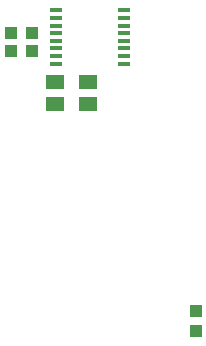
<source format=gbp>
%FSDAX23Y23*%
%MOIN*%
%SFA1B1*%

%IPPOS*%
%ADD10R,0.039400X0.043300*%
%ADD11R,0.059100X0.051200*%
%ADD13R,0.043300X0.039400*%
%ADD40R,0.039400X0.013800*%
%LNde-160516-1*%
%LPD*%
G54D10*
X03940Y02366D03*
Y02433D03*
G54D11*
X03580Y03122D03*
Y03197D03*
X03470Y03122D03*
Y03197D03*
G54D13*
X03393Y03300D03*
X03326D03*
X03393Y03360D03*
X03326D03*
G54D40*
X03476Y03257D03*
Y03283D03*
Y03309D03*
Y03334D03*
Y03360D03*
Y03385D03*
Y03411D03*
Y03437D03*
X03701Y03257D03*
Y03283D03*
Y03309D03*
Y03334D03*
Y03360D03*
Y03385D03*
Y03411D03*
Y03437D03*
M02*
</source>
